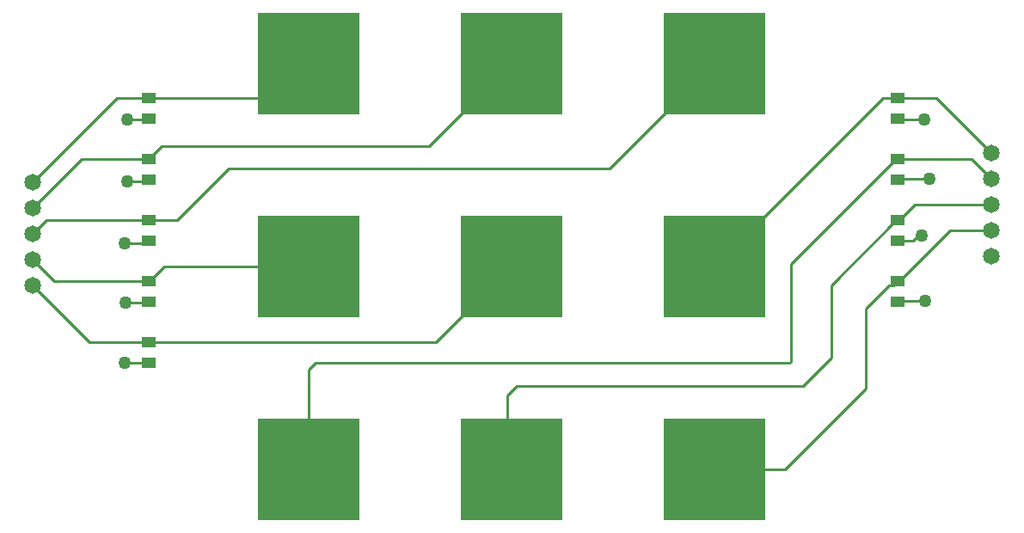
<source format=gbr>
%TF.GenerationSoftware,Altium Limited,Altium Designer,24.0.1 (36)*%
G04 Layer_Physical_Order=1*
G04 Layer_Color=255*
%FSLAX45Y45*%
%MOMM*%
%TF.SameCoordinates,3215C8D0-E6B2-4662-8DC9-F85C750AE4ED*%
%TF.FilePolarity,Positive*%
%TF.FileFunction,Copper,L1,Top,Signal*%
%TF.Part,Single*%
G01*
G75*
%TA.AperFunction,SMDPad,CuDef*%
%ADD10R,1.40000X1.10000*%
%ADD11R,10.00000X10.00000*%
%TA.AperFunction,Conductor*%
%ADD12C,0.25400*%
%TA.AperFunction,ComponentPad*%
%ADD13C,1.65100*%
%TA.AperFunction,ViaPad*%
%ADD14C,1.27000*%
D10*
X13000000Y8068200D02*
D03*
Y8268200D02*
D03*
X5622200Y8068200D02*
D03*
Y8268200D02*
D03*
Y7468200D02*
D03*
Y7668200D02*
D03*
Y6868200D02*
D03*
Y7068200D02*
D03*
Y6268200D02*
D03*
Y6468200D02*
D03*
X13000000Y7468200D02*
D03*
Y7668200D02*
D03*
Y6868200D02*
D03*
Y7068200D02*
D03*
Y8668200D02*
D03*
Y8868200D02*
D03*
X5622200Y8668200D02*
D03*
Y8868200D02*
D03*
D11*
X11200000Y5212700D02*
D03*
X9200000D02*
D03*
X7200000D02*
D03*
X11200000Y7212700D02*
D03*
X9200000D02*
D03*
X7200000D02*
D03*
X11200000Y9212700D02*
D03*
X9200000D02*
D03*
X7200000D02*
D03*
D12*
X10166100Y8178800D02*
X11200000Y9212700D01*
X6413500Y8178800D02*
X10166100D01*
X6350000Y8115300D02*
X6413500Y8178800D01*
X13006799Y8661400D02*
X13258800D01*
X13000000Y8668200D02*
X13006799Y8661400D01*
X13009000Y8077200D02*
X13309599D01*
X13000000Y8068200D02*
X13009000Y8077200D01*
X13205907Y7518400D02*
X13233400D01*
X13000000Y7468200D02*
X13155707D01*
X13205907Y7518400D01*
X13000000Y6868200D02*
X13002499Y6870700D01*
X13271500D01*
X5615100Y6261100D02*
X5622200Y6268200D01*
X5384800Y6261100D02*
X5615100D01*
X5612000Y6858000D02*
X5622200Y6868200D01*
X5397500Y6858000D02*
X5612000D01*
X5384800Y7442200D02*
X5596200D01*
X5622200Y7468200D01*
X5410200Y8051800D02*
X5605800D01*
X5622200Y8068200D01*
X5410200Y8661400D02*
X5615400D01*
X5622200Y8668200D01*
X13728200Y8268200D02*
X13919200Y8077200D01*
X12985001Y8268200D02*
X13728200D01*
X11950700Y7233900D02*
X12985001Y8268200D01*
X9245600Y6032500D02*
X12065000D01*
X9156700Y5943600D02*
X9245600Y6032500D01*
X12065000D02*
X12344400Y6311900D01*
Y7027600D01*
X12985001Y7668200D01*
X7264400Y6261100D02*
X11935821D01*
X7200000Y6196700D02*
X7264400Y6261100D01*
X11935821D02*
X11950700Y6275979D01*
Y7233900D01*
X9156700Y5256000D02*
Y5943600D01*
Y5256000D02*
X9200000Y5212700D01*
X7200000D02*
Y6196700D01*
X11892900Y5212700D02*
X12687300Y6007100D01*
Y6794500D02*
X12918700Y7025900D01*
X12687300Y6007100D02*
Y6794500D01*
X11200000Y5212700D02*
X11892900D01*
X12957700Y7025900D02*
X13000000Y7068200D01*
X12918700Y7025900D02*
X12957700D01*
X13000000Y7068200D02*
X13014999D01*
X12985001Y7668200D02*
X13000000D01*
X13516000Y7569200D02*
X13919200D01*
X13014999Y7068200D02*
X13516000Y7569200D01*
X13014999Y7668200D02*
X13170000Y7823200D01*
X13000000Y7668200D02*
X13014999D01*
X13170000Y7823200D02*
X13919200D01*
X13382201Y8868200D02*
X13919200Y8331200D01*
X13000000Y8868200D02*
X13382201D01*
X11200000Y7212700D02*
X12855499Y8868200D01*
X13000000D01*
X8455500Y6468200D02*
X9200000Y7212700D01*
X5622200Y6468200D02*
X8455500D01*
X5038000D02*
X5622200D01*
X4483100Y7023100D02*
X5038000Y6468200D01*
X4620200Y7668200D02*
X5622200D01*
X4483100Y7531100D02*
X4620200Y7668200D01*
X4483100Y7277100D02*
X4692000Y7068200D01*
X5622200D01*
X5637200D02*
X5781700Y7212700D01*
X7200000D01*
X5622200Y7068200D02*
X5637200D01*
X5622200Y8268200D02*
X5748700Y8394700D01*
X8382000D02*
X9200000Y9212700D01*
X5748700Y8394700D02*
X8382000D01*
X4966200Y8268200D02*
X5622200D01*
Y7668200D02*
X5902900D01*
X6350000Y8115300D01*
X4483100Y7785100D02*
X4966200Y8268200D01*
X4483100Y8039100D02*
X5312200Y8868200D01*
X5622200D01*
X6855500D01*
X7200000Y9212700D01*
D13*
X13919200Y8331200D02*
D03*
Y7315200D02*
D03*
Y7569200D02*
D03*
Y7823200D02*
D03*
Y8077200D02*
D03*
X4483100Y8039100D02*
D03*
Y7023100D02*
D03*
Y7277100D02*
D03*
Y7531100D02*
D03*
Y7785100D02*
D03*
D14*
X5410200Y8661400D02*
D03*
X5384800Y6261100D02*
D03*
X5410200Y8051800D02*
D03*
X5384800Y7442200D02*
D03*
X5397500Y6858000D02*
D03*
X13271500Y6870700D02*
D03*
X13233400Y7518400D02*
D03*
X13309599Y8077200D02*
D03*
X13258800Y8661400D02*
D03*
%TF.MD5,61fe0d38f5b6267f6dfd46eb205cc300*%
M02*

</source>
